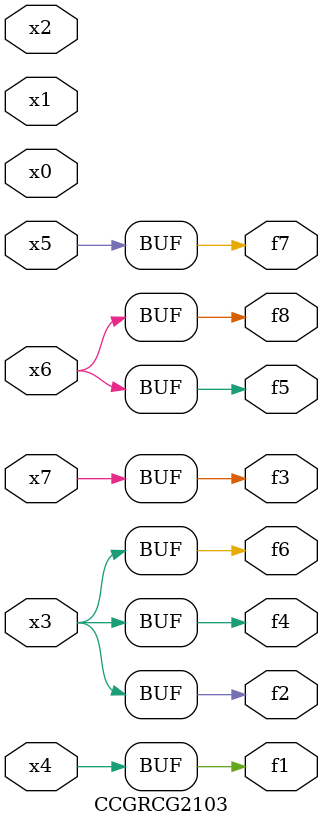
<source format=v>
module CCGRCG2103(
	input x0, x1, x2, x3, x4, x5, x6, x7,
	output f1, f2, f3, f4, f5, f6, f7, f8
);
	assign f1 = x4;
	assign f2 = x3;
	assign f3 = x7;
	assign f4 = x3;
	assign f5 = x6;
	assign f6 = x3;
	assign f7 = x5;
	assign f8 = x6;
endmodule

</source>
